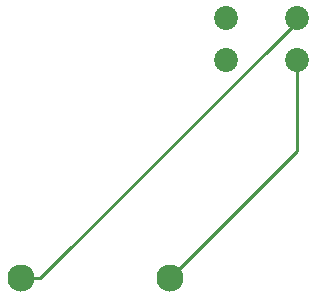
<source format=gbr>
%TF.GenerationSoftware,KiCad,Pcbnew,(5.1.5)-3*%
%TF.CreationDate,2020-10-03T13:17:45-05:00*%
%TF.ProjectId,BPS-ShuntResistorPCB,4250532d-5368-4756-9e74-526573697374,rev?*%
%TF.SameCoordinates,Original*%
%TF.FileFunction,Copper,L2,Bot*%
%TF.FilePolarity,Positive*%
%FSLAX46Y46*%
G04 Gerber Fmt 4.6, Leading zero omitted, Abs format (unit mm)*
G04 Created by KiCad (PCBNEW (5.1.5)-3) date 2020-10-03 13:17:45*
%MOMM*%
%LPD*%
G04 APERTURE LIST*
%TA.AperFunction,ComponentPad*%
%ADD10C,2.028000*%
%TD*%
%TA.AperFunction,ComponentPad*%
%ADD11C,2.300000*%
%TD*%
%TA.AperFunction,Conductor*%
%ADD12C,0.250000*%
%TD*%
G04 APERTURE END LIST*
D10*
%TO.P,J1,4*%
%TO.N,/GND*%
X173324000Y-74041000D03*
%TO.P,J1,1*%
%TO.N,/ETS*%
X173324000Y-77589000D03*
%TO.P,J1,3*%
%TO.N,/RSHH*%
X179324000Y-74041000D03*
%TO.P,J1,2*%
%TO.N,/RSHL*%
X179324000Y-77589000D03*
%TD*%
D11*
%TO.P,R1,2*%
%TO.N,/RSHL*%
X168579800Y-96037400D03*
%TO.P,R1,1*%
%TO.N,/RSHH*%
X156006800Y-96037400D03*
%TD*%
D12*
%TO.N,/RSHH*%
X179324000Y-74346545D02*
X179324000Y-74041000D01*
X157633145Y-96037400D02*
X179324000Y-74346545D01*
X156006800Y-96037400D02*
X157633145Y-96037400D01*
%TO.N,/RSHL*%
X179324000Y-85293200D02*
X168579800Y-96037400D01*
X179324000Y-77589000D02*
X179324000Y-85293200D01*
%TD*%
M02*

</source>
